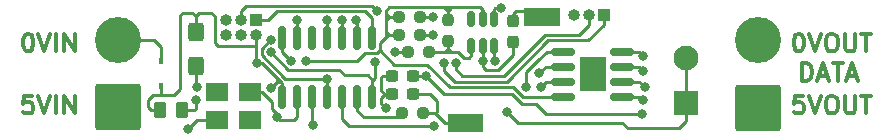
<source format=gbr>
G04 #@! TF.GenerationSoftware,KiCad,Pcbnew,(6.0.0)*
G04 #@! TF.CreationDate,2022-01-12T21:25:53+03:00*
G04 #@! TF.ProjectId,svet,73766574-2e6b-4696-9361-645f70636258,rev?*
G04 #@! TF.SameCoordinates,Original*
G04 #@! TF.FileFunction,Copper,L1,Top*
G04 #@! TF.FilePolarity,Positive*
%FSLAX46Y46*%
G04 Gerber Fmt 4.6, Leading zero omitted, Abs format (unit mm)*
G04 Created by KiCad (PCBNEW (6.0.0)) date 2022-01-12 21:25:53*
%MOMM*%
%LPD*%
G01*
G04 APERTURE LIST*
G04 Aperture macros list*
%AMRoundRect*
0 Rectangle with rounded corners*
0 $1 Rounding radius*
0 $2 $3 $4 $5 $6 $7 $8 $9 X,Y pos of 4 corners*
0 Add a 4 corners polygon primitive as box body*
4,1,4,$2,$3,$4,$5,$6,$7,$8,$9,$2,$3,0*
0 Add four circle primitives for the rounded corners*
1,1,$1+$1,$2,$3*
1,1,$1+$1,$4,$5*
1,1,$1+$1,$6,$7*
1,1,$1+$1,$8,$9*
0 Add four rect primitives between the rounded corners*
20,1,$1+$1,$2,$3,$4,$5,0*
20,1,$1+$1,$4,$5,$6,$7,0*
20,1,$1+$1,$6,$7,$8,$9,0*
20,1,$1+$1,$8,$9,$2,$3,0*%
G04 Aperture macros list end*
%ADD10C,0.300000*%
G04 #@! TA.AperFunction,NonConductor*
%ADD11C,0.300000*%
G04 #@! TD*
G04 #@! TA.AperFunction,SMDPad,CuDef*
%ADD12RoundRect,0.237500X-0.250000X-0.237500X0.250000X-0.237500X0.250000X0.237500X-0.250000X0.237500X0*%
G04 #@! TD*
G04 #@! TA.AperFunction,SMDPad,CuDef*
%ADD13RoundRect,0.237500X0.237500X-0.250000X0.237500X0.250000X-0.237500X0.250000X-0.237500X-0.250000X0*%
G04 #@! TD*
G04 #@! TA.AperFunction,ComponentPad*
%ADD14RoundRect,0.250002X1.699998X-1.699998X1.699998X1.699998X-1.699998X1.699998X-1.699998X-1.699998X0*%
G04 #@! TD*
G04 #@! TA.AperFunction,ComponentPad*
%ADD15C,3.900000*%
G04 #@! TD*
G04 #@! TA.AperFunction,ComponentPad*
%ADD16R,1.000000X1.000000*%
G04 #@! TD*
G04 #@! TA.AperFunction,ComponentPad*
%ADD17O,1.000000X1.000000*%
G04 #@! TD*
G04 #@! TA.AperFunction,SMDPad,CuDef*
%ADD18RoundRect,0.150000X0.825000X0.150000X-0.825000X0.150000X-0.825000X-0.150000X0.825000X-0.150000X0*%
G04 #@! TD*
G04 #@! TA.AperFunction,SMDPad,CuDef*
%ADD19R,2.290000X3.000000*%
G04 #@! TD*
G04 #@! TA.AperFunction,SMDPad,CuDef*
%ADD20R,1.950000X1.500000*%
G04 #@! TD*
G04 #@! TA.AperFunction,SMDPad,CuDef*
%ADD21RoundRect,0.237500X0.250000X0.237500X-0.250000X0.237500X-0.250000X-0.237500X0.250000X-0.237500X0*%
G04 #@! TD*
G04 #@! TA.AperFunction,SMDPad,CuDef*
%ADD22RoundRect,0.250000X0.262500X0.450000X-0.262500X0.450000X-0.262500X-0.450000X0.262500X-0.450000X0*%
G04 #@! TD*
G04 #@! TA.AperFunction,SMDPad,CuDef*
%ADD23R,0.450000X0.600000*%
G04 #@! TD*
G04 #@! TA.AperFunction,ComponentPad*
%ADD24R,1.500000X1.500000*%
G04 #@! TD*
G04 #@! TA.AperFunction,SMDPad,CuDef*
%ADD25RoundRect,0.150000X0.150000X-0.512500X0.150000X0.512500X-0.150000X0.512500X-0.150000X-0.512500X0*%
G04 #@! TD*
G04 #@! TA.AperFunction,SMDPad,CuDef*
%ADD26RoundRect,0.250000X-0.425000X0.537500X-0.425000X-0.537500X0.425000X-0.537500X0.425000X0.537500X0*%
G04 #@! TD*
G04 #@! TA.AperFunction,SMDPad,CuDef*
%ADD27RoundRect,0.237500X-0.237500X0.300000X-0.237500X-0.300000X0.237500X-0.300000X0.237500X0.300000X0*%
G04 #@! TD*
G04 #@! TA.AperFunction,ComponentPad*
%ADD28RoundRect,0.250001X0.799999X-0.799999X0.799999X0.799999X-0.799999X0.799999X-0.799999X-0.799999X0*%
G04 #@! TD*
G04 #@! TA.AperFunction,ComponentPad*
%ADD29C,2.100000*%
G04 #@! TD*
G04 #@! TA.AperFunction,SMDPad,CuDef*
%ADD30RoundRect,0.237500X-0.300000X-0.237500X0.300000X-0.237500X0.300000X0.237500X-0.300000X0.237500X0*%
G04 #@! TD*
G04 #@! TA.AperFunction,SMDPad,CuDef*
%ADD31RoundRect,0.150000X0.150000X-0.825000X0.150000X0.825000X-0.150000X0.825000X-0.150000X-0.825000X0*%
G04 #@! TD*
G04 #@! TA.AperFunction,ViaPad*
%ADD32C,0.800000*%
G04 #@! TD*
G04 #@! TA.AperFunction,Conductor*
%ADD33C,0.250000*%
G04 #@! TD*
G04 APERTURE END LIST*
D10*
D11*
X144821428Y-60928571D02*
X144107142Y-60928571D01*
X144035714Y-61642857D01*
X144107142Y-61571428D01*
X144250000Y-61500000D01*
X144607142Y-61500000D01*
X144750000Y-61571428D01*
X144821428Y-61642857D01*
X144892857Y-61785714D01*
X144892857Y-62142857D01*
X144821428Y-62285714D01*
X144750000Y-62357142D01*
X144607142Y-62428571D01*
X144250000Y-62428571D01*
X144107142Y-62357142D01*
X144035714Y-62285714D01*
X145321428Y-60928571D02*
X145821428Y-62428571D01*
X146321428Y-60928571D01*
X147107142Y-60928571D02*
X147392857Y-60928571D01*
X147535714Y-61000000D01*
X147678571Y-61142857D01*
X147750000Y-61428571D01*
X147750000Y-61928571D01*
X147678571Y-62214285D01*
X147535714Y-62357142D01*
X147392857Y-62428571D01*
X147107142Y-62428571D01*
X146964285Y-62357142D01*
X146821428Y-62214285D01*
X146750000Y-61928571D01*
X146750000Y-61428571D01*
X146821428Y-61142857D01*
X146964285Y-61000000D01*
X147107142Y-60928571D01*
X148392857Y-60928571D02*
X148392857Y-62142857D01*
X148464285Y-62285714D01*
X148535714Y-62357142D01*
X148678571Y-62428571D01*
X148964285Y-62428571D01*
X149107142Y-62357142D01*
X149178571Y-62285714D01*
X149250000Y-62142857D01*
X149250000Y-60928571D01*
X149750000Y-60928571D02*
X150607142Y-60928571D01*
X150178571Y-62428571D02*
X150178571Y-60928571D01*
D10*
D11*
X144392857Y-55678571D02*
X144535714Y-55678571D01*
X144678571Y-55750000D01*
X144750000Y-55821428D01*
X144821428Y-55964285D01*
X144892857Y-56250000D01*
X144892857Y-56607142D01*
X144821428Y-56892857D01*
X144750000Y-57035714D01*
X144678571Y-57107142D01*
X144535714Y-57178571D01*
X144392857Y-57178571D01*
X144250000Y-57107142D01*
X144178571Y-57035714D01*
X144107142Y-56892857D01*
X144035714Y-56607142D01*
X144035714Y-56250000D01*
X144107142Y-55964285D01*
X144178571Y-55821428D01*
X144250000Y-55750000D01*
X144392857Y-55678571D01*
X145321428Y-55678571D02*
X145821428Y-57178571D01*
X146321428Y-55678571D01*
X147107142Y-55678571D02*
X147392857Y-55678571D01*
X147535714Y-55750000D01*
X147678571Y-55892857D01*
X147750000Y-56178571D01*
X147750000Y-56678571D01*
X147678571Y-56964285D01*
X147535714Y-57107142D01*
X147392857Y-57178571D01*
X147107142Y-57178571D01*
X146964285Y-57107142D01*
X146821428Y-56964285D01*
X146750000Y-56678571D01*
X146750000Y-56178571D01*
X146821428Y-55892857D01*
X146964285Y-55750000D01*
X147107142Y-55678571D01*
X148392857Y-55678571D02*
X148392857Y-56892857D01*
X148464285Y-57035714D01*
X148535714Y-57107142D01*
X148678571Y-57178571D01*
X148964285Y-57178571D01*
X149107142Y-57107142D01*
X149178571Y-57035714D01*
X149250000Y-56892857D01*
X149250000Y-55678571D01*
X149750000Y-55678571D02*
X150607142Y-55678571D01*
X150178571Y-57178571D02*
X150178571Y-55678571D01*
D10*
D11*
X79142857Y-55678571D02*
X79285714Y-55678571D01*
X79428571Y-55750000D01*
X79500000Y-55821428D01*
X79571428Y-55964285D01*
X79642857Y-56250000D01*
X79642857Y-56607142D01*
X79571428Y-56892857D01*
X79500000Y-57035714D01*
X79428571Y-57107142D01*
X79285714Y-57178571D01*
X79142857Y-57178571D01*
X79000000Y-57107142D01*
X78928571Y-57035714D01*
X78857142Y-56892857D01*
X78785714Y-56607142D01*
X78785714Y-56250000D01*
X78857142Y-55964285D01*
X78928571Y-55821428D01*
X79000000Y-55750000D01*
X79142857Y-55678571D01*
X80071428Y-55678571D02*
X80571428Y-57178571D01*
X81071428Y-55678571D01*
X81571428Y-57178571D02*
X81571428Y-55678571D01*
X82285714Y-57178571D02*
X82285714Y-55678571D01*
X83142857Y-57178571D01*
X83142857Y-55678571D01*
D10*
D11*
X79571428Y-60928571D02*
X78857142Y-60928571D01*
X78785714Y-61642857D01*
X78857142Y-61571428D01*
X79000000Y-61500000D01*
X79357142Y-61500000D01*
X79500000Y-61571428D01*
X79571428Y-61642857D01*
X79642857Y-61785714D01*
X79642857Y-62142857D01*
X79571428Y-62285714D01*
X79500000Y-62357142D01*
X79357142Y-62428571D01*
X79000000Y-62428571D01*
X78857142Y-62357142D01*
X78785714Y-62285714D01*
X80071428Y-60928571D02*
X80571428Y-62428571D01*
X81071428Y-60928571D01*
X81571428Y-62428571D02*
X81571428Y-60928571D01*
X82285714Y-62428571D02*
X82285714Y-60928571D01*
X83142857Y-62428571D01*
X83142857Y-60928571D01*
D10*
D11*
X144750000Y-59678571D02*
X144750000Y-58178571D01*
X145107142Y-58178571D01*
X145321428Y-58250000D01*
X145464285Y-58392857D01*
X145535714Y-58535714D01*
X145607142Y-58821428D01*
X145607142Y-59035714D01*
X145535714Y-59321428D01*
X145464285Y-59464285D01*
X145321428Y-59607142D01*
X145107142Y-59678571D01*
X144750000Y-59678571D01*
X146178571Y-59250000D02*
X146892857Y-59250000D01*
X146035714Y-59678571D02*
X146535714Y-58178571D01*
X147035714Y-59678571D01*
X147321428Y-58178571D02*
X148178571Y-58178571D01*
X147750000Y-59678571D02*
X147750000Y-58178571D01*
X148607142Y-59250000D02*
X149321428Y-59250000D01*
X148464285Y-59678571D02*
X148964285Y-58178571D01*
X149464285Y-59678571D01*
D12*
G04 #@! TO.P,R11,1*
G04 #@! TO.N,+5V*
X110587500Y-55750000D03*
G04 #@! TO.P,R11,2*
G04 #@! TO.N,/SDA*
X112412500Y-55750000D03*
G04 #@! TD*
D13*
G04 #@! TO.P,R5,1*
G04 #@! TO.N,Net-(R3-Pad1)*
X114750000Y-56325000D03*
G04 #@! TO.P,R5,2*
G04 #@! TO.N,+5V*
X114750000Y-54500000D03*
G04 #@! TD*
D14*
G04 #@! TO.P,J1,1,Pin_1*
G04 #@! TO.N,/5V-OUT*
X141000000Y-61965000D03*
D15*
G04 #@! TO.P,J1,2,Pin_2*
G04 #@! TO.N,/0V-OUT*
X141000000Y-56250000D03*
G04 #@! TD*
D16*
G04 #@! TO.P,J5,1,Pin_1*
G04 #@! TO.N,/SDA*
X127952500Y-54135000D03*
D17*
G04 #@! TO.P,J5,2,Pin_2*
G04 #@! TO.N,/SCL*
X126682500Y-54135000D03*
G04 #@! TO.P,J5,3,Pin_3*
G04 #@! TO.N,0*
X125412500Y-54135000D03*
G04 #@! TD*
D14*
G04 #@! TO.P,J7,1,Pin_1*
G04 #@! TO.N,/5V-IN*
X86800000Y-61915000D03*
D15*
G04 #@! TO.P,J7,2,Pin_2*
G04 #@! TO.N,0*
X86800000Y-56200000D03*
G04 #@! TD*
D18*
G04 #@! TO.P,U2,1*
G04 #@! TO.N,Net-(R1-Pad2)*
X129475000Y-61005000D03*
G04 #@! TO.P,U2,2,-*
G04 #@! TO.N,Net-(R4-Pad2)*
X129475000Y-59735000D03*
G04 #@! TO.P,U2,3,+*
G04 #@! TO.N,Net-(C6-Pad2)*
X129475000Y-58465000D03*
G04 #@! TO.P,U2,4,V-*
G04 #@! TO.N,0*
X129475000Y-57195000D03*
G04 #@! TO.P,U2,5,+*
G04 #@! TO.N,/SENS-2*
X124525000Y-57195000D03*
G04 #@! TO.P,U2,6,-*
G04 #@! TO.N,Net-(R10-Pad2)*
X124525000Y-58465000D03*
G04 #@! TO.P,U2,7*
G04 #@! TO.N,Net-(D2-Pad1)*
X124525000Y-59735000D03*
G04 #@! TO.P,U2,8,V+*
G04 #@! TO.N,+5V*
X124525000Y-61005000D03*
D19*
G04 #@! TO.P,U2,9*
G04 #@! TO.N,N/C*
X127000000Y-59100000D03*
G04 #@! TD*
D20*
G04 #@! TO.P,Y1,1,1*
G04 #@! TO.N,Net-(C5-Pad1)*
X95175000Y-62950000D03*
G04 #@! TO.P,Y1,2,2*
G04 #@! TO.N,unconnected-(Y1-Pad2)*
X98025000Y-62950000D03*
G04 #@! TO.P,Y1,3,3*
G04 #@! TO.N,Net-(C4-Pad1)*
X98025000Y-60650000D03*
G04 #@! TO.P,Y1,4,4*
G04 #@! TO.N,unconnected-(Y1-Pad4)*
X95175000Y-60650000D03*
G04 #@! TD*
D12*
G04 #@! TO.P,R13,1*
G04 #@! TO.N,/\u0418\u041C\u041F*
X110837500Y-62400000D03*
G04 #@! TO.P,R13,2*
G04 #@! TO.N,/SENS-2*
X112662500Y-62400000D03*
G04 #@! TD*
D21*
G04 #@! TO.P,R3,1*
G04 #@! TO.N,Net-(R3-Pad1)*
X113162500Y-57250000D03*
G04 #@! TO.P,R3,2*
G04 #@! TO.N,/BUTT*
X111337500Y-57250000D03*
G04 #@! TD*
D22*
G04 #@! TO.P,F1,1*
G04 #@! TO.N,Net-(D3-Pad1)*
X92225000Y-62100000D03*
G04 #@! TO.P,F1,2*
G04 #@! TO.N,+5V*
X90400000Y-62100000D03*
G04 #@! TD*
D23*
G04 #@! TO.P,D1,1,K*
G04 #@! TO.N,+5V*
X90500000Y-60100000D03*
G04 #@! TO.P,D1,2,A*
G04 #@! TO.N,0*
X90500000Y-58000000D03*
G04 #@! TD*
D24*
G04 #@! TO.P,J4,1,Pin_1*
G04 #@! TO.N,/SENS-2*
X115500000Y-63250000D03*
G04 #@! TO.P,J4,2,Pin_2*
X117000000Y-63250000D03*
G04 #@! TD*
D25*
G04 #@! TO.P,U3,1,OUT*
G04 #@! TO.N,Net-(R3-Pad1)*
X116750000Y-56750000D03*
G04 #@! TO.P,U3,2,VSS*
G04 #@! TO.N,0*
X117700000Y-56750000D03*
G04 #@! TO.P,U3,3,SNSK*
G04 #@! TO.N,Net-(C7-Pad1)*
X118650000Y-56750000D03*
G04 #@! TO.P,U3,4,SNS*
G04 #@! TO.N,Net-(C7-Pad2)*
X118650000Y-54475000D03*
G04 #@! TO.P,U3,5,VDD*
G04 #@! TO.N,+5V*
X117700000Y-54475000D03*
G04 #@! TO.P,U3,6,SYNC*
G04 #@! TO.N,unconnected-(U3-Pad6)*
X116750000Y-54475000D03*
G04 #@! TD*
D26*
G04 #@! TO.P,C1,1*
G04 #@! TO.N,+5V*
X93400000Y-55562500D03*
G04 #@! TO.P,C1,2*
G04 #@! TO.N,0*
X93400000Y-58437500D03*
G04 #@! TD*
D27*
G04 #@! TO.P,C8,1*
G04 #@! TO.N,/SENS-1*
X120250000Y-54637500D03*
G04 #@! TO.P,C8,2*
G04 #@! TO.N,0*
X120250000Y-56362500D03*
G04 #@! TD*
D28*
G04 #@! TO.P,J6,1,Pin_1*
G04 #@! TO.N,/DIN*
X134900000Y-61560000D03*
D29*
G04 #@! TO.P,J6,2,Pin_2*
X134900000Y-57750000D03*
G04 #@! TD*
D12*
G04 #@! TO.P,R12,1*
G04 #@! TO.N,+5V*
X110587500Y-54250000D03*
G04 #@! TO.P,R12,2*
G04 #@! TO.N,/SCL*
X112412500Y-54250000D03*
G04 #@! TD*
D30*
G04 #@! TO.P,C3,1*
G04 #@! TO.N,0*
X110037500Y-59300000D03*
G04 #@! TO.P,C3,2*
G04 #@! TO.N,/\u0418\u0417\u041C*
X111762500Y-59300000D03*
G04 #@! TD*
D16*
G04 #@! TO.P,J2,1,Pin_1*
G04 #@! TO.N,/MISO*
X98540000Y-54500000D03*
D17*
G04 #@! TO.P,J2,2,Pin_2*
G04 #@! TO.N,+5V*
X98540000Y-55770000D03*
G04 #@! TO.P,J2,3,Pin_3*
G04 #@! TO.N,/SCK*
X97270000Y-54500000D03*
G04 #@! TO.P,J2,4,Pin_4*
G04 #@! TO.N,/MOSI*
X97270000Y-55770000D03*
G04 #@! TO.P,J2,5,Pin_5*
G04 #@! TO.N,/RESET*
X96000000Y-54500000D03*
G04 #@! TO.P,J2,6,Pin_6*
G04 #@! TO.N,0*
X96000000Y-55770000D03*
G04 #@! TD*
D30*
G04 #@! TO.P,C9,1*
G04 #@! TO.N,0*
X110037500Y-60800000D03*
G04 #@! TO.P,C9,2*
G04 #@! TO.N,/SENS-2*
X111762500Y-60800000D03*
G04 #@! TD*
D31*
G04 #@! TO.P,U1,1,VCC*
G04 #@! TO.N,+5V*
X100750000Y-61000000D03*
G04 #@! TO.P,U1,2,XTAL1/PB0*
G04 #@! TO.N,Net-(C4-Pad1)*
X102020000Y-61000000D03*
G04 #@! TO.P,U1,3,XTAL2/PB1*
G04 #@! TO.N,Net-(C5-Pad1)*
X103290000Y-61000000D03*
G04 #@! TO.P,U1,4,~{RESET}/PB3*
G04 #@! TO.N,/RESET*
X104560000Y-61000000D03*
G04 #@! TO.P,U1,5,PB2*
G04 #@! TO.N,/DIN*
X105830000Y-61000000D03*
G04 #@! TO.P,U1,6,PA7*
G04 #@! TO.N,/\u0418\u041C\u041F*
X107100000Y-61000000D03*
G04 #@! TO.P,U1,7,PA6*
G04 #@! TO.N,/MOSI*
X108370000Y-61000000D03*
G04 #@! TO.P,U1,8,PA5*
G04 #@! TO.N,/MISO*
X108370000Y-56050000D03*
G04 #@! TO.P,U1,9,PA4*
G04 #@! TO.N,/SCK*
X107100000Y-56050000D03*
G04 #@! TO.P,U1,10,PA3*
G04 #@! TO.N,/BUTT*
X105830000Y-56050000D03*
G04 #@! TO.P,U1,11,PA2*
G04 #@! TO.N,/\u0418\u0417\u041C*
X104560000Y-56050000D03*
G04 #@! TO.P,U1,12,PA1*
G04 #@! TO.N,unconnected-(U1-Pad12)*
X103290000Y-56050000D03*
G04 #@! TO.P,U1,13,AREF/PA0*
G04 #@! TO.N,/REF*
X102020000Y-56050000D03*
G04 #@! TO.P,U1,14,GND*
G04 #@! TO.N,0*
X100750000Y-56050000D03*
G04 #@! TD*
D24*
G04 #@! TO.P,J3,1,Pin_1*
G04 #@! TO.N,/SENS-1*
X123500000Y-54250000D03*
G04 #@! TO.P,J3,2,Pin_2*
X122000000Y-54250000D03*
G04 #@! TD*
D32*
G04 #@! TO.N,/DIN*
X119800000Y-62300000D03*
X113600000Y-63500000D03*
G04 #@! TO.N,+5V*
X99750000Y-60250000D03*
X102750000Y-58000000D03*
X98600394Y-58149606D03*
G04 #@! TO.N,0*
X131300000Y-57600000D03*
X117750000Y-58000000D03*
X109500000Y-62000000D03*
X101512299Y-57987701D03*
X93500000Y-60200000D03*
G04 #@! TO.N,Net-(D2-Pad1)*
X122600000Y-60200000D03*
G04 #@! TO.N,Net-(C6-Pad2)*
X131300000Y-58800000D03*
G04 #@! TO.N,Net-(C4-Pad1)*
X100250000Y-62750000D03*
G04 #@! TO.N,/RESET*
X99813978Y-56250000D03*
X104500000Y-59500000D03*
G04 #@! TO.N,/MOSI*
X108600000Y-58100000D03*
X99750000Y-57250000D03*
G04 #@! TO.N,/\u0418\u0417\u041C*
X104500000Y-54500000D03*
X131200000Y-62500000D03*
X112900000Y-59300000D03*
G04 #@! TO.N,/SDA*
X114400000Y-58200000D03*
X113500000Y-55750000D03*
G04 #@! TO.N,Net-(C7-Pad1)*
X118750000Y-58000000D03*
G04 #@! TO.N,Net-(C7-Pad2)*
X119250000Y-53500000D03*
G04 #@! TO.N,Net-(R1-Pad2)*
X131300000Y-61300000D03*
G04 #@! TO.N,Net-(R4-Pad2)*
X131400000Y-60200000D03*
G04 #@! TO.N,/SCL*
X115400000Y-58200000D03*
X113500000Y-54250000D03*
G04 #@! TO.N,/SCK*
X108762299Y-53737701D03*
X107000000Y-54500000D03*
G04 #@! TO.N,Net-(R10-Pad2)*
X122500000Y-59000000D03*
G04 #@! TO.N,Net-(C5-Pad1)*
X103300000Y-63400000D03*
X92750000Y-63750000D03*
G04 #@! TO.N,Net-(D3-Pad1)*
X93400000Y-61300000D03*
G04 #@! TO.N,/SENS-2*
X121400000Y-60200000D03*
G04 #@! TO.N,/REF*
X102000000Y-54500000D03*
G04 #@! TO.N,/BUTT*
X110250000Y-57250000D03*
X105750000Y-54500000D03*
G04 #@! TD*
D33*
G04 #@! TO.N,+5V*
X92100000Y-54100000D02*
X92300000Y-53900000D01*
X92300000Y-53900000D02*
X93100000Y-53900000D01*
X92100000Y-60400000D02*
X92100000Y-54100000D01*
X91600000Y-60900000D02*
X92100000Y-60400000D01*
X93100000Y-53900000D02*
X93400000Y-54200000D01*
X90900000Y-60900000D02*
X91600000Y-60900000D01*
G04 #@! TO.N,0*
X93400000Y-58437500D02*
X93400000Y-60100000D01*
X93400000Y-60100000D02*
X93500000Y-60200000D01*
G04 #@! TO.N,+5V*
X94700000Y-53900000D02*
X95000000Y-54200000D01*
X93700000Y-53900000D02*
X94700000Y-53900000D01*
X95000000Y-54200000D02*
X95000000Y-54500000D01*
X93400000Y-54200000D02*
X93700000Y-53900000D01*
X93400000Y-55562500D02*
X93400000Y-54200000D01*
G04 #@! TO.N,Net-(C4-Pad1)*
X99825000Y-61425000D02*
X99825000Y-62075000D01*
X98025000Y-60650000D02*
X99050000Y-60650000D01*
X99050000Y-60650000D02*
X99825000Y-61425000D01*
X99825000Y-62075000D02*
X100250000Y-62500000D01*
G04 #@! TO.N,Net-(C5-Pad1)*
X103290000Y-63310000D02*
X103290000Y-61000000D01*
X103300000Y-63400000D02*
X103290000Y-63310000D01*
X93550000Y-62950000D02*
X92750000Y-63750000D01*
X95175000Y-62950000D02*
X93550000Y-62950000D01*
G04 #@! TO.N,Net-(D3-Pad1)*
X93300000Y-62100000D02*
X93400000Y-62000000D01*
X92225000Y-62100000D02*
X93300000Y-62100000D01*
X93400000Y-62000000D02*
X93400000Y-61300000D01*
G04 #@! TO.N,/DIN*
X105830000Y-62920000D02*
X105830000Y-61000000D01*
X106410000Y-63500000D02*
X105830000Y-62920000D01*
X113600000Y-63500000D02*
X106410000Y-63500000D01*
X134300000Y-63700000D02*
X134900000Y-63100000D01*
X134900000Y-63100000D02*
X134900000Y-61560000D01*
X130000000Y-63700000D02*
X134300000Y-63700000D01*
G04 #@! TO.N,/\u0418\u0417\u041C*
X120200000Y-60800000D02*
X114400000Y-60800000D01*
X122200000Y-61600000D02*
X121000000Y-61600000D01*
X121000000Y-61600000D02*
X120200000Y-60800000D01*
X114400000Y-60800000D02*
X112900000Y-59300000D01*
X123100000Y-62500000D02*
X122200000Y-61600000D01*
X131200000Y-62500000D02*
X123100000Y-62500000D01*
G04 #@! TO.N,/DIN*
X129500000Y-63200000D02*
X130000000Y-63700000D01*
X120700000Y-63200000D02*
X129500000Y-63200000D01*
X119800000Y-62300000D02*
X120700000Y-63200000D01*
G04 #@! TO.N,/\u0418\u041C\u041F*
X110512989Y-62724511D02*
X107624511Y-62724511D01*
X110837500Y-62400000D02*
X110512989Y-62724511D01*
X107100000Y-61000000D02*
X107100000Y-62200000D01*
X107624511Y-62724511D02*
X107100000Y-62200000D01*
G04 #@! TO.N,/SENS-2*
X114550000Y-63250000D02*
X113700000Y-62400000D01*
X115500000Y-63250000D02*
X114550000Y-63250000D01*
X113200000Y-60800000D02*
X113800000Y-61400000D01*
X113800000Y-62300000D02*
X113700000Y-62400000D01*
X113700000Y-62400000D02*
X112662500Y-62400000D01*
X111762500Y-60800000D02*
X113200000Y-60800000D01*
X113800000Y-61400000D02*
X113800000Y-62300000D01*
G04 #@! TO.N,0*
X109100000Y-61100000D02*
X109400000Y-60800000D01*
X109100000Y-61600000D02*
X109100000Y-61100000D01*
X109500000Y-62000000D02*
X109100000Y-61600000D01*
X109100000Y-60500000D02*
X109100000Y-59400000D01*
X109100000Y-59400000D02*
X109200000Y-59300000D01*
X109200000Y-59300000D02*
X110037500Y-59300000D01*
X110037500Y-60800000D02*
X109400000Y-60800000D01*
X109400000Y-60800000D02*
X109100000Y-60500000D01*
G04 #@! TO.N,/\u0418\u0417\u041C*
X111762500Y-59300000D02*
X112900000Y-59300000D01*
G04 #@! TO.N,+5V*
X121095000Y-61005000D02*
X124525000Y-61005000D01*
X113000000Y-58300000D02*
X114899520Y-60199520D01*
X110200000Y-58300000D02*
X113000000Y-58300000D01*
X114899520Y-60199520D02*
X120289520Y-60199520D01*
X120289520Y-60199520D02*
X121095000Y-61005000D01*
X109000000Y-57100000D02*
X110200000Y-58300000D01*
X89800000Y-60900000D02*
X90350000Y-60900000D01*
X114450480Y-53450480D02*
X109799520Y-53450480D01*
X109500000Y-54000000D02*
X109750000Y-54250000D01*
X93400000Y-55962500D02*
X93400000Y-54600000D01*
X100250000Y-59750000D02*
X100250000Y-59410332D01*
X98500000Y-56750000D02*
X98540000Y-56790000D01*
X90600000Y-60900000D02*
X90900000Y-60900000D01*
X114450480Y-53450480D02*
X117450480Y-53450480D01*
X100294834Y-59455166D02*
X100669834Y-59830166D01*
X89600000Y-62100000D02*
X89375000Y-61875000D01*
X95000000Y-54500000D02*
X95000000Y-56500000D01*
X90400000Y-62100000D02*
X89600000Y-62100000D01*
X109750000Y-55750000D02*
X109500000Y-56000000D01*
X114750000Y-54500000D02*
X114750000Y-53750000D01*
X109500000Y-54000000D02*
X109500000Y-54500000D01*
X109000000Y-57100000D02*
X109000000Y-56500000D01*
X98540000Y-55770000D02*
X98540000Y-56790000D01*
X114750000Y-53750000D02*
X115012020Y-53487980D01*
X110587500Y-55750000D02*
X109750000Y-55750000D01*
X107099040Y-58000000D02*
X107749520Y-57349520D01*
X109500000Y-54500000D02*
X109750000Y-54250000D01*
X117450480Y-53450480D02*
X117700000Y-53700000D01*
X109750000Y-54250000D02*
X110587500Y-54250000D01*
X100250000Y-59750000D02*
X99750000Y-60250000D01*
X117700000Y-53700000D02*
X117700000Y-54475000D01*
X90400000Y-60900000D02*
X90500000Y-60800000D01*
X100589668Y-59750000D02*
X100669834Y-59830166D01*
X109500000Y-54750000D02*
X109500000Y-54500000D01*
X90500000Y-60800000D02*
X90500000Y-60100000D01*
X109799520Y-53450480D02*
X109500000Y-53750000D01*
X108750480Y-57349520D02*
X109000000Y-57100000D01*
X109500000Y-55250000D02*
X109500000Y-55500000D01*
X109500000Y-53750000D02*
X109500000Y-54000000D01*
X100250000Y-59410332D02*
X100044834Y-59205166D01*
X90500000Y-60800000D02*
X90600000Y-60900000D01*
X98600394Y-58149606D02*
X98989274Y-58149606D01*
X90350000Y-60900000D02*
X90400000Y-60900000D01*
X89375000Y-61325000D02*
X89800000Y-60900000D01*
X117487980Y-53487980D02*
X117700000Y-53700000D01*
X95000000Y-56500000D02*
X95250000Y-56750000D01*
X109750000Y-55750000D02*
X109500000Y-55500000D01*
X107749520Y-57349520D02*
X108750480Y-57349520D01*
X114750000Y-53750000D02*
X114450480Y-53450480D01*
X102750000Y-58000000D02*
X107099040Y-58000000D01*
X109000000Y-56500000D02*
X109500000Y-56000000D01*
X100044834Y-59205166D02*
X100294834Y-59455166D01*
X89375000Y-61875000D02*
X89375000Y-61325000D01*
X95250000Y-56750000D02*
X98500000Y-56750000D01*
X109500000Y-56000000D02*
X109500000Y-55500000D01*
X98540000Y-57460000D02*
X98540000Y-58089212D01*
X90350000Y-60900000D02*
X90900000Y-60900000D01*
X98540000Y-57460000D02*
X98540000Y-57790000D01*
X109500000Y-55250000D02*
X109500000Y-54750000D01*
X100750000Y-59910332D02*
X100750000Y-61000000D01*
X98540000Y-56790000D02*
X98540000Y-57460000D01*
X100750000Y-60000000D02*
X100750000Y-61000000D01*
X98989274Y-58149606D02*
X100044834Y-59205166D01*
X100250000Y-59750000D02*
X100589668Y-59750000D01*
X100669834Y-59830166D02*
X100750000Y-59910332D01*
X98540000Y-58089212D02*
X98600394Y-58149606D01*
G04 #@! TO.N,0*
X129475000Y-57195000D02*
X130895000Y-57195000D01*
X119024614Y-58750000D02*
X118750000Y-58750000D01*
X100750000Y-57225402D02*
X101512299Y-57987701D01*
X118000000Y-58750000D02*
X117750000Y-58500000D01*
X117750000Y-58500000D02*
X117750000Y-58000000D01*
X100750000Y-56050000D02*
X100750000Y-57225402D01*
X118750000Y-58750000D02*
X118000000Y-58750000D01*
X90500000Y-58000000D02*
X90500000Y-56800000D01*
X86800000Y-56200000D02*
X89900000Y-56200000D01*
X120250000Y-56362500D02*
X120250000Y-57524614D01*
X117700000Y-57950000D02*
X117750000Y-58000000D01*
X117700000Y-56750000D02*
X117700000Y-57950000D01*
X90500000Y-56800000D02*
X89900000Y-56200000D01*
X120250000Y-57524614D02*
X119024614Y-58750000D01*
X130895000Y-57195000D02*
X131300000Y-57600000D01*
G04 #@! TO.N,Net-(D2-Pad1)*
X124525000Y-59735000D02*
X123065000Y-59735000D01*
X123065000Y-59735000D02*
X122600000Y-60200000D01*
G04 #@! TO.N,Net-(C6-Pad2)*
X129475000Y-58465000D02*
X130965000Y-58465000D01*
X130965000Y-58465000D02*
X131300000Y-58800000D01*
G04 #@! TO.N,Net-(C4-Pad1)*
X101750000Y-63000000D02*
X100500000Y-63000000D01*
X102020000Y-61000000D02*
X102020000Y-62730000D01*
X102020000Y-62730000D02*
X101750000Y-63000000D01*
X100250000Y-62500000D02*
X100250000Y-62750000D01*
X100500000Y-63000000D02*
X100250000Y-62750000D01*
G04 #@! TO.N,/RESET*
X99000000Y-56975386D02*
X99000000Y-57524614D01*
X104560000Y-59810000D02*
X104560000Y-61000000D01*
X104560000Y-61000000D02*
X104560000Y-59560000D01*
X100975386Y-59500000D02*
X104500000Y-59500000D01*
X104250000Y-59500000D02*
X104560000Y-59810000D01*
X99000000Y-57524614D02*
X100975386Y-59500000D01*
X99813978Y-56250000D02*
X99725386Y-56250000D01*
X104560000Y-59560000D02*
X104500000Y-59500000D01*
X99725386Y-56250000D02*
X99000000Y-56975386D01*
G04 #@! TO.N,/DIN*
X134900000Y-57750000D02*
X134900000Y-61560000D01*
G04 #@! TO.N,/MOSI*
X107950000Y-59200000D02*
X106000000Y-59200000D01*
X108600000Y-58300000D02*
X108600000Y-59400000D01*
X101250000Y-58750000D02*
X99750000Y-57250000D01*
X106000000Y-59200000D02*
X105550000Y-58750000D01*
X108370000Y-59620000D02*
X107950000Y-59200000D01*
X108380000Y-59620000D02*
X108370000Y-59620000D01*
X105550000Y-58750000D02*
X101250000Y-58750000D01*
X108370000Y-59620000D02*
X108370000Y-61000000D01*
X108600000Y-59400000D02*
X108380000Y-59620000D01*
G04 #@! TO.N,/MISO*
X108370000Y-56050000D02*
X108370000Y-54370000D01*
X99500000Y-54500000D02*
X98540000Y-54500000D01*
X108370000Y-54370000D02*
X107750000Y-53750000D01*
X100250000Y-53750000D02*
X99500000Y-54500000D01*
X107750000Y-53750000D02*
X100250000Y-53750000D01*
G04 #@! TO.N,/\u0418\u0417\u041C*
X104560000Y-54560000D02*
X104500000Y-54500000D01*
X104560000Y-56050000D02*
X104560000Y-54560000D01*
G04 #@! TO.N,/SDA*
X123250000Y-56250000D02*
X126655000Y-56250000D01*
X114400000Y-58800000D02*
X115350000Y-59750000D01*
X119750000Y-59750000D02*
X123250000Y-56250000D01*
X115350000Y-59750000D02*
X119750000Y-59750000D01*
X127952500Y-54952500D02*
X127952500Y-54135000D01*
X114400000Y-58200000D02*
X114400000Y-58800000D01*
X126655000Y-56250000D02*
X127952500Y-54952500D01*
X113500000Y-55750000D02*
X112412500Y-55750000D01*
G04 #@! TO.N,Net-(C7-Pad1)*
X118650000Y-57900000D02*
X118750000Y-58000000D01*
X118650000Y-56750000D02*
X118650000Y-57900000D01*
G04 #@! TO.N,Net-(C7-Pad2)*
X118650000Y-53600000D02*
X118750000Y-53500000D01*
X118750000Y-53500000D02*
X119000000Y-53500000D01*
X118650000Y-54475000D02*
X118650000Y-53600000D01*
X119000000Y-53500000D02*
X119250000Y-53500000D01*
G04 #@! TO.N,Net-(R1-Pad2)*
X131005000Y-61005000D02*
X131300000Y-61300000D01*
X129475000Y-61005000D02*
X131005000Y-61005000D01*
G04 #@! TO.N,Net-(R4-Pad2)*
X130935000Y-59735000D02*
X131400000Y-60200000D01*
X129475000Y-59735000D02*
X130935000Y-59735000D01*
G04 #@! TO.N,/SCL*
X126682500Y-54932500D02*
X126682500Y-54135000D01*
X115400000Y-58700000D02*
X115950000Y-59250000D01*
X115950000Y-59250000D02*
X119500000Y-59250000D01*
X125865000Y-55750000D02*
X126682500Y-54932500D01*
X119500000Y-59250000D02*
X123000000Y-55750000D01*
X115400000Y-58200000D02*
X115400000Y-58700000D01*
X113500000Y-54250000D02*
X112412500Y-54250000D01*
X123000000Y-55750000D02*
X125865000Y-55750000D01*
G04 #@! TO.N,/SCK*
X108750000Y-53750000D02*
X108762299Y-53737701D01*
X97699520Y-53300480D02*
X108300480Y-53300480D01*
X107100000Y-56050000D02*
X107100000Y-54600000D01*
X108300480Y-53300480D02*
X108750000Y-53750000D01*
X97270000Y-54500000D02*
X97270000Y-53730000D01*
X97270000Y-53730000D02*
X97699520Y-53300480D01*
X107100000Y-54600000D02*
X107000000Y-54500000D01*
G04 #@! TO.N,Net-(R10-Pad2)*
X123035000Y-58465000D02*
X122500000Y-59000000D01*
X124525000Y-58465000D02*
X123035000Y-58465000D01*
G04 #@! TO.N,/SENS-1*
X120250000Y-54637500D02*
X120250000Y-54000000D01*
X120500000Y-53750000D02*
X121500000Y-53750000D01*
X121500000Y-53750000D02*
X122000000Y-54250000D01*
X120250000Y-54000000D02*
X120500000Y-53750000D01*
G04 #@! TO.N,/SENS-2*
X121400000Y-58900000D02*
X121400000Y-60200000D01*
X124525000Y-57195000D02*
X123105000Y-57195000D01*
X123105000Y-57195000D02*
X122400000Y-57900000D01*
X122400000Y-57900000D02*
X121400000Y-58900000D01*
G04 #@! TO.N,/REF*
X102020000Y-56050000D02*
X102020000Y-54520000D01*
X102020000Y-54520000D02*
X102000000Y-54500000D01*
G04 #@! TO.N,Net-(R3-Pad1)*
X116750000Y-56750000D02*
X116750000Y-57500000D01*
X116150000Y-57750000D02*
X115650000Y-57250000D01*
X114750000Y-57000000D02*
X114750000Y-56325000D01*
X116750000Y-57500000D02*
X116500000Y-57750000D01*
X113162500Y-57250000D02*
X114500000Y-57250000D01*
X114500000Y-57250000D02*
X115000000Y-57250000D01*
X114500000Y-57250000D02*
X114750000Y-57000000D01*
X116500000Y-57750000D02*
X116150000Y-57750000D01*
X114750000Y-57000000D02*
X115000000Y-57250000D01*
X115650000Y-57250000D02*
X115000000Y-57250000D01*
G04 #@! TO.N,/BUTT*
X105830000Y-56050000D02*
X105830000Y-54580000D01*
X105830000Y-54580000D02*
X105750000Y-54500000D01*
X110250000Y-57250000D02*
X111337500Y-57250000D01*
G04 #@! TD*
M02*

</source>
